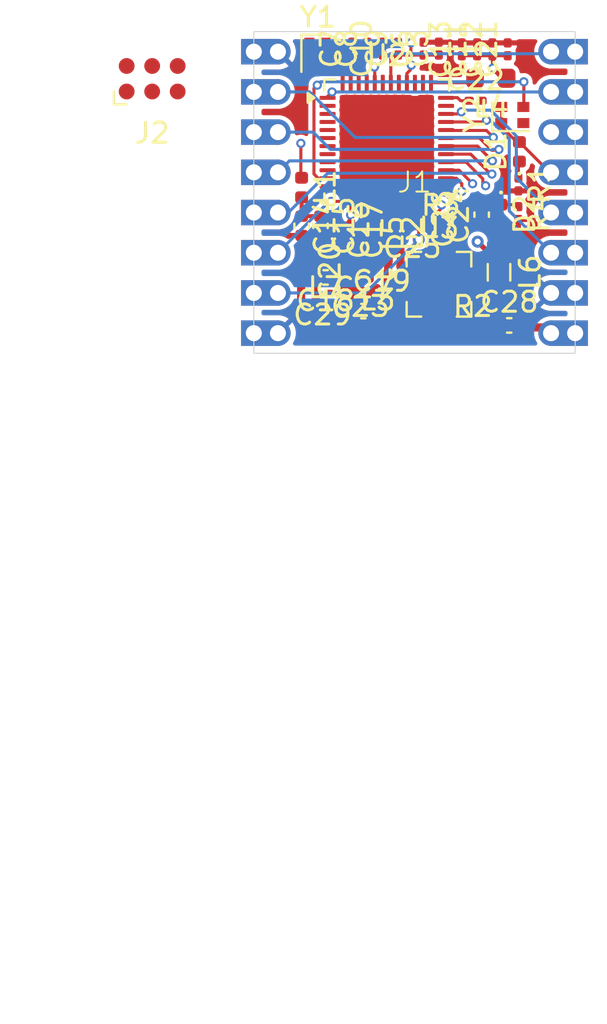
<source format=kicad_pcb>
(kicad_pcb (version 20241229) (generator "pcbnew") (generator_version "9.0")
  (layers (0 "F.Cu" signal) (4 "In1.Cu" signal) (6 "In2.Cu" signal) (2 "B.Cu" signal) (13 "F.Paste" user) (15 "B.Paste" user) (5 "F.SilkS" user "F.Silkscreen") (7 "B.SilkS" user "B.Silkscreen") (1 "F.Mask" user) (3 "B.Mask" user) (25 "Edge.Cuts" user))
  (net 0 "")
  (net 1 "GND")
  (net 2 "+3V3")
  (net 3 "VDD")
  (net 4 "VDCDC")
  (net 6 "VDDA")
  (net 7 "Net-(C18-Pad1)")
  (net 8 "/Power Amplifier/RF_IN")
  (net 9 "Net-(C19-Pad1)")
  (net 10 "Net-(U2-DECOUPLE)")
  (net 11 "Net-(C23-Pad1)")
  (net 12 "Net-(C23-Pad2)")
  (net 13 "/PA_nEN")
  (net 14 "Net-(U3-IN)")
  (net 15 "Net-(U3-OUT)")
  (net 16 "/RF_OUT")
  (net 17 "/CS")
  (net 18 "/nRST")
  (net 19 "/UART_TX")
  (net 20 "/MISO")
  (net 21 "/MOSI")
  (net 22 "/SCK")
  (net 23 "/PC00")
  (net 24 "/UART_RX")
  (net 25 "/Transceiver/SWDIO")
  (net 26 "/Transceiver/SWO")
  (net 27 "/Transceiver/SWCLK")
  (net 28 "/Transceiver/IN")
  (net 29 "Net-(U2-VREGSW)")
  (net 30 "/Transceiver/OUT")
  (net 46 "Net-(U2-PD01_LFXI)")
  (net 51 "Net-(U2-HFXTAL_I)")
  (net 52 "/PD04")
  (net 53 "Net-(D2-K)")
  (net 54 "Net-(D1-K)")
  (footprint "Capacitor_SMD:C_0201_0603Metric" (layer "F.Cu") (at 114.0968 79.629 -90)
    (property "Reference" "C16" (at 0 -1.05 90) (layer "F.SilkS"))
    (property "Value" "0.1uF")
    (pad "1" smd roundrect (at -0.32 0 270) (size 0.46 0.4) (layers "F.Cu" "F.Mask") (net 6 "VDDA"))
    (pad "2" smd roundrect (at 0.32 0 270) (size 0.46 0.4) (layers "F.Cu" "F.Mask") (net 1 "GND"))
  )
  (footprint "Capacitor_SMD:C_0201_0603Metric" (layer "F.Cu") (at 117.8052 79.4512 180)
    (property "Reference" "C25" (at 0 -1.05 0) (layer "F.SilkS"))
    (property "Value" "0.1uF")
    (pad "1" smd roundrect (at -0.32 0 180) (size 0.46 0.4) (layers "F.Cu" "F.Mask") (net 13 "/PA_nEN"))
    (pad "2" smd roundrect (at 0.32 0 180) (size 0.46 0.4) (layers "F.Cu" "F.Mask") (net 1 "GND"))
  )
  (footprint "Capacitor_SMD:C_0201_0603Metric" (layer "F.Cu") (at 118.364 70.612 90)
    (property "Reference" "C6" (at 0 -1.05 90) (layer "F.SilkS"))
    (property "Value" "0.1uF")
    (pad "1" smd roundrect (at -0.32 0 90) (size 0.46 0.4) (layers "F.Cu" "F.Mask") (net 2 "+3V3"))
    (pad "2" smd roundrect (at 0.32 0 90) (size 0.46 0.4) (layers "F.Cu" "F.Mask") (net 1 "GND"))
  )
  (footprint "Package_DFN_QFN:QFN-48-1EP_6x6mm_P0.4mm_EP4.3x4.3mm" (layer "F.Cu") (at 116.5352 75.2602)
    (property "Reference" "U2" (at 0 -4.3 0) (layer "F.SilkS"))
    (property "Value" "EFR32xG23xxxxF512xM48")
    (pad "1" smd roundrect (at -2.95 -2.2) (size 0.8 0.2) (layers "F.Cu" "F.Mask" "F.Paste") (net 23 "/PC00"))
    (pad "2" smd roundrect (at -2.95 -1.8) (size 0.8 0.2) (layers "F.Cu" "F.Mask" "F.Paste"))
    (pad "3" smd roundrect (at -2.95 -1.4) (size 0.8 0.2) (layers "F.Cu" "F.Mask" "F.Paste"))
    (pad "4" smd roundrect (at -2.95 -1) (size 0.8 0.2) (layers "F.Cu" "F.Mask" "F.Paste"))
    (pad "5" smd roundrect (at -2.95 -0.6) (size 0.8 0.2) (layers "F.Cu" "F.Mask" "F.Paste"))
    (pad "6" smd roundrect (at -2.95 -0.2) (size 0.8 0.2) (layers "F.Cu" "F.Mask" "F.Paste"))
    (pad "7" smd roundrect (at -2.95 0.2) (size 0.8 0.2) (layers "F.Cu" "F.Mask" "F.Paste"))
    (pad "8" smd roundrect (at -2.95 0.6) (size 0.8 0.2) (layers "F.Cu" "F.Mask" "F.Paste"))
    (pad "9" smd roundrect (at -2.95 1) (size 0.8 0.2) (layers "F.Cu" "F.Mask" "F.Paste"))
    (pad "10" smd roundrect (at -2.95 1.4) (size 0.8 0.2) (layers "F.Cu" "F.Mask" "F.Paste"))
    (pad "11" smd roundrect (at -2.95 1.8) (size 0.8 0.2) (layers "F.Cu" "F.Mask" "F.Paste") (net 51 "Net-(U2-HFXTAL_I)"))
    (pad "12" smd roundrect (at -2.95 2.2) (size 0.8 0.2) (layers "F.Cu" "F.Mask" "F.Paste"))
    (pad "13" smd roundrect (at -2.2 2.95) (size 0.2 0.8) (layers "F.Cu" "F.Mask" "F.Paste") (net 18 "/nRST"))
    (pad "14" smd roundrect (at -1.8 2.95) (size 0.2 0.8) (layers "F.Cu" "F.Mask" "F.Paste") (net 6 "VDDA"))
    (pad "15" smd roundrect (at -1.4 2.95) (size 0.2 0.8) (layers "F.Cu" "F.Mask" "F.Paste") (net 1 "GND"))
    (pad "16" smd roundrect (at -1 2.95) (size 0.2 0.8) (layers "F.Cu" "F.Mask" "F.Paste") (net 28 "/Transceiver/IN"))
    (pad "17" smd roundrect (at -0.6 2.95) (size 0.2 0.8) (layers "F.Cu" "F.Mask" "F.Paste") (net 28 "/Transceiver/IN"))
    (pad "18" smd roundrect (at -0.2 2.95) (size 0.2 0.8) (layers "F.Cu" "F.Mask" "F.Paste") (net 30 "/Transceiver/OUT"))
    (pad "19" smd roundrect (at 0.2 2.95) (size 0.2 0.8) (layers "F.Cu" "F.Mask" "F.Paste") (net 30 "/Transceiver/OUT"))
    (pad "20" smd roundrect (at 0.6 2.95) (size 0.2 0.8) (layers "F.Cu" "F.Mask" "F.Paste") (net 6 "VDDA"))
    (pad "21" smd roundrect (at 1 2.95) (size 0.2 0.8) (layers "F.Cu" "F.Mask" "F.Paste"))
    (pad "22" smd roundrect (at 1.4 2.95) (size 0.2 0.8) (layers "F.Cu" "F.Mask" "F.Paste"))
    (pad "23" smd roundrect (at 1.8 2.95) (size 0.2 0.8) (layers "F.Cu" "F.Mask" "F.Paste"))
    (pad "24" smd roundrect (at 2.2 2.95) (size 0.2 0.8) (layers "F.Cu" "F.Mask" "F.Paste"))
    (pad "25" smd roundrect (at 2.95 2.2) (size 0.8 0.2) (layers "F.Cu" "F.Mask" "F.Paste"))
    (pad "26" smd roundrect (at 2.95 1.8) (size 0.8 0.2) (layers "F.Cu" "F.Mask" "F.Paste") (net 27 "/Transceiver/SWCLK"))
    (pad "27" smd roundrect (at 2.95 1.4) (size 0.8 0.2) (layers "F.Cu" "F.Mask" "F.Paste") (net 25 "/Transceiver/SWDIO"))
    (pad "28" smd roundrect (at 2.95 1) (size 0.8 0.2) (layers "F.Cu" "F.Mask" "F.Paste") (net 26 "/Transceiver/SWO"))
    (pad "29" smd roundrect (at 2.95 0.6) (size 0.8 0.2) (layers "F.Cu" "F.Mask" "F.Paste") (net 17 "/CS"))
    (pad "30" smd roundrect (at 2.95 0.2) (size 0.8 0.2) (layers "F.Cu" "F.Mask" "F.Paste") (net 22 "/SCK"))
    (pad "31" smd roundrect (at 2.95 -0.2) (size 0.8 0.2) (layers "F.Cu" "F.Mask" "F.Paste") (net 21 "/MOSI"))
    (pad "32" smd roundrect (at 2.95 -0.6) (size 0.8 0.2) (layers "F.Cu" "F.Mask" "F.Paste") (net 20 "/MISO"))
    (pad "33" smd roundrect (at 2.95 -1) (size 0.8 0.2) (layers "F.Cu" "F.Mask" "F.Paste") (net 19 "/UART_TX"))
    (pad "34" smd roundrect (at 2.95 -1.4) (size 0.8 0.2) (layers "F.Cu" "F.Mask" "F.Paste") (net 24 "/UART_RX"))
    (pad "35" smd roundrect (at 2.95 -1.8) (size 0.8 0.2) (layers "F.Cu" "F.Mask" "F.Paste"))
    (pad "36" smd roundrect (at 2.95 -2.2) (size 0.8 0.2) (layers "F.Cu" "F.Mask" "F.Paste") (net 10 "Net-(U2-DECOUPLE)"))
    (pad "37" smd roundrect (at 2.2 -2.95) (size 0.2 0.8) (layers "F.Cu" "F.Mask" "F.Paste") (net 29 "Net-(U2-VREGSW)"))
    (pad "38" smd roundrect (at 1.8 -2.95) (size 0.2 0.8) (layers "F.Cu" "F.Mask" "F.Paste") (net 2 "+3V3"))
    (pad "39" smd roundrect (at 1.4 -2.95) (size 0.2 0.8) (layers "F.Cu" "F.Mask" "F.Paste") (net 1 "GND"))
    (pad "40" smd roundrect (at 1 -2.95) (size 0.2 0.8) (layers "F.Cu" "F.Mask" "F.Paste") (net 4 "VDCDC"))
    (pad "41" smd roundrect (at 0.6 -2.95) (size 0.2 0.8) (layers "F.Cu" "F.Mask" "F.Paste") (net 2 "+3V3"))
    (pad "42" smd roundrect (at 0.2 -2.95) (size 0.2 0.8) (layers "F.Cu" "F.Mask" "F.Paste") (net 2 "+3V3"))
    (pad "43" smd roundrect (at -0.2 -2.95) (size 0.2 0.8) (layers "F.Cu" "F.Mask" "F.Paste"))
    (pad "44" smd roundrect (at -0.6 -2.95) (size 0.2 0.8) (layers "F.Cu" "F.Mask" "F.Paste") (net 52 "/PD04"))
    (pad "45" smd roundrect (at -1 -2.95) (size 0.2 0.8) (layers "F.Cu" "F.Mask" "F.Paste"))
    (pad "46" smd roundrect (at -1.4 -2.95) (size 0.2 0.8) (layers "F.Cu" "F.Mask" "F.Paste"))
    (pad "47" smd roundrect (at -1.8 -2.95) (size 0.2 0.8) (layers "F.Cu" "F.Mask" "F.Paste") (net 46 "Net-(U2-PD01_LFXI)"))
    (pad "48" smd roundrect (at -2.2 -2.95) (size 0.2 0.8) (layers "F.Cu" "F.Mask" "F.Paste"))
    (pad "49" smd rect (at 0 0) (size 4.3 4.3) (property pad_prop_heatsink) (layers "F.Cu" "F.Mask") (net 1 "GND"))
  )
  (footprint "Resistor_SMD:R_0201_0603Metric" (layer "F.Cu") (at 119.2276 79.4512)
    (property "Reference" "R3" (at 0 -1.05 0) (layer "F.SilkS"))
    (property "Value" "10k")
    (pad "1" smd roundrect (at -0.32 0) (size 0.46 0.4) (layers "F.Cu" "F.Mask") (net 13 "/PA_nEN"))
    (pad "2" smd roundrect (at 0.32 0) (size 0.46 0.4) (layers "F.Cu" "F.Mask") (net 1 "GND"))
  )
  (footprint "Inductor_SMD:L_0402_1005Metric" (layer "F.Cu") (at 116.078 81.9404 180)
    (property "Reference" "L3" (at 0 -1.17 0) (layer "F.SilkS"))
    (property "Value" "39nH")
    (pad "1" smd roundrect (at -0.485 0 180) (size 0.59 0.64) (layers "F.Cu" "F.Mask" "F.Paste") (net 9 "Net-(C19-Pad1)"))
    (pad "2" smd roundrect (at 0.485 0 180) (size 0.59 0.64) (layers "F.Cu" "F.Mask" "F.Paste") (net 7 "Net-(C18-Pad1)"))
  )
  (footprint "Capacitor_SMD:C_0201_0603Metric" (layer "F.Cu") (at 116.332 70.612 90)
    (property "Reference" "C10" (at 0 -1.05 90) (layer "F.SilkS"))
    (property "Value" "0.1uF")
    (pad "1" smd roundrect (at -0.32 0 90) (size 0.46 0.4) (layers "F.Cu" "F.Mask") (net 2 "+3V3"))
    (pad "2" smd roundrect (at 0.32 0 90) (size 0.46 0.4) (layers "F.Cu" "F.Mask") (net 1 "GND"))
  )
  (footprint "Inductor_SMD:L_0402_1005Metric" (layer "F.Cu") (at 112.2934 77.5208 -90)
    (property "Reference" "L1" (at 0 -1.17 90) (layer "F.SilkS"))
    (property "Value" "2.2uH")
    (pad "1" smd roundrect (at -0.485 0 270) (size 0.59 0.64) (layers "F.Cu" "F.Mask" "F.Paste") (net 4 "VDCDC"))
    (pad "2" smd roundrect (at 0.485 0 270) (size 0.59 0.64) (layers "F.Cu" "F.Mask" "F.Paste") (net 6 "VDDA"))
  )
  (footprint "Avionics_Feet:RFMxx" (layer "F.Cu") (at 117.914 77.7644)
    (property "Reference" "J1" (at 0 -0.5 0) (layer "F.SilkS") (effects (font (thickness 0.1))))
    (property "Value" "Conn_02x08_Castelated")
    (fp_rect (start -8 -8) (end 8 8) (stroke (width 0.05)) (fill no) (layer "Edge.Cuts"))
    (pad "1" thru_hole rect (at -8 -7) (size 1.905 1.27) (drill 0.79756 (offset 0.3175 0)) (layers "*.Cu" "*.Mask") (net 1 "GND"))
    (pad "1" thru_hole circle (at -6.8 -7) (size 1.27 1.27) (drill 0.79756) (layers "*.Cu" "*.Mask") (net 1 "GND"))
    (pad "2" thru_hole rect (at -8 -5) (size 1.905 1.27) (drill 0.79756 (offset 0.3175 0)) (layers "*.Cu" "*.Mask") (net 20 "/MISO"))
    (pad "2" thru_hole circle (at -6.8 -5) (size 1.27 1.27) (drill 0.79756) (layers "*.Cu" "*.Mask") (net 20 "/MISO"))
    (pad "3" thru_hole rect (at -8 -3) (size 1.905 1.27) (drill 0.79756 (offset 0.3175 0)) (layers "*.Cu" "*.Mask") (net 21 "/MOSI"))
    (pad "3" thru_hole circle (at -6.8 -3) (size 1.27 1.27) (drill 0.79756) (layers "*.Cu" "*.Mask") (net 21 "/MOSI"))
    (pad "4" thru_hole rect (at -8 -1) (size 1.905 1.27) (drill 0.79756 (offset 0.3175 0)) (layers "*.Cu" "*.Mask") (net 22 "/SCK"))
    (pad "4" thru_hole circle (at -6.8 -1) (size 1.27 1.27) (drill 0.79756) (layers "*.Cu" "*.Mask") (net 22 "/SCK"))
    (pad "5" thru_hole rect (at -8 1) (size 1.905 1.27) (drill 0.79756 (offset 0.3175 0)) (layers "*.Cu" "*.Mask") (net 17 "/CS"))
    (pad "5" thru_hole circle (at -6.8 1) (size 1.27 1.27) (drill 0.79756) (layers "*.Cu" "*.Mask") (net 17 "/CS"))
    (pad "6" thru_hole rect (at -8 3) (size 1.905 1.27) (drill 0.79756 (offset 0.3175 0)) (layers "*.Cu" "*.Mask") (net 18 "/nRST"))
    (pad "6" thru_hole circle (at -6.8 3) (size 1.27 1.27) (drill 0.79756) (layers "*.Cu" "*.Mask") (net 18 "/nRST"))
    (pad "7" thru_hole rect (at -8 5) (size 1.905 1.27) (drill 0.79756 (offset 0.3175 0)) (layers "*.Cu" "*.Mask") (net 13 "/PA_nEN"))
    (pad "7" thru_hole circle (at -6.8 5) (size 1.27 1.27) (drill 0.79756) (layers "*.Cu" "*.Mask") (net 13 "/PA_nEN"))
    (pad "8" thru_hole rect (at -8 7) (size 1.905 1.27) (drill 0.79756 (offset 0.3175 0)) (layers "*.Cu" "*.Mask") (net 1 "GND"))
    (pad "8" thru_hole circle (at -6.8 7) (size 1.27 1.27) (drill 0.79756) (layers "*.Cu" "*.Mask") (net 1 "GND"))
    (pad "9" thru_hole circle (at 6.8 7) (size 1.27 1.27) (drill 0.79756) (layers "*.Cu" "*.Mask") (net 16 "/RF_OUT"))
    (pad "9" thru_hole rect (at 8 7 180) (size 1.905 1.27) (drill 0.79756 (offset 0.3175 0)) (layers "*.Cu" "*.Mask") (net 16 "/RF_OUT"))
    (pad "10" thru_hole circle (at 6.8 5) (size 1.27 1.27) (drill 0.79756) (layers "*.Cu" "*.Mask") (net 1 "GND"))
    (pad "10" thru_hole rect (at 8 5 180) (size 1.905 1.27) (drill 0.79756 (offset 0.3175 0)) (layers "*.Cu" "*.Mask") (net 1 "GND"))
    (pad "11" thru_hole circle (at 6.8 3) (size 1.27 1.27) (drill 0.79756) (layers "*.Cu" "*.Mask") (net 19 "/UART_TX"))
    (pad "11" thru_hole rect (at 8 3 180) (size 1.905 1.27) (drill 0.79756 (offset 0.3175 0)) (layers "*.Cu" "*.Mask") (net 19 "/UART_TX"))
    (pad "12" thru_hole circle (at 6.8 1) (size 1.27 1.27) (drill 0.79756) (layers "*.Cu" "*.Mask") (net 24 "/UART_RX"))
    (pad "12" thru_hole rect (at 8 1 180) (size 1.905 1.27) (drill 0.79756 (offset 0.3175 0)) (layers "*.Cu" "*.Mask") (net 24 "/UART_RX"))
    (pad "13" thru_hole circle (at 6.8 -1) (size 1.27 1.27) (drill 0.79756) (layers "*.Cu" "*.Mask") (net 2 "+3V3"))
    (pad "13" thru_hole rect (at 8 -1 180) (size 1.905 1.27) (drill 0.79756 (offset 0.3175 0)) (layers "*.Cu" "*.Mask") (net 2 "+3V3"))
    (pad "14" thru_hole circle (at 6.8 -3) (size 1.27 1.27) (drill 0.79756) (layers "*.Cu" "*.Mask") (net 3 "VDD"))
    (pad "14" thru_hole rect (at 8 -3 180) (size 1.905 1.27) (drill 0.79756 (offset 0.3175 0)) (layers "*.Cu" "*.Mask") (net 3 "VDD"))
    (pad "15" thru_hole circle (at 6.8 -5) (size 1.27 1.27) (drill 0.79756) (layers "*.Cu" "*.Mask") (net 23 "/PC00"))
    (pad "15" thru_hole rect (at 8 -5 180) (size 1.905 1.27) (drill 0.79756 (offset 0.3175 0)) (layers "*.Cu" "*.Mask") (net 23 "/PC00"))
    (pad "16" thru_hole circle (at 6.8 -7) (size 1.27 1.27) (drill 0.79756) (layers "*.Cu" "*.Mask") (net 52 "/PD04"))
    (pad "16" thru_hole rect (at 8 -7 180) (size 1.905 1.27) (drill 0.79756 (offset 0.3175 0)) (layers "*.Cu" "*.Mask") (net 52 "/PD04"))
  )
  (footprint "Connector:Tag-Connect_TC2030-IDC-NL_2x03_P1.27mm_Vertical" (layer "F.Cu") (at 104.8512 72.1106)
    (property "Reference" "J2" (at 0 2.7 0) (layer "F.SilkS"))
    (property "Value" "TagConnect_TC2030")
    (pad "1" connect circle (at -1.27 0.635) (size 0.7874 0.7874) (layers "F.Cu" "F.Mask") (net 2 "+3V3"))
    (pad "2" connect circle (at -1.27 -0.635) (size 0.7874 0.7874) (layers "F.Cu" "F.Mask") (net 25 "/Transceiver/SWDIO"))
    (pad "3" connect circle (at 0 0.635) (size 0.7874 0.7874) (layers "F.Cu" "F.Mask") (net 18 "/nRST"))
    (pad "4" connect circle (at 0 -0.635) (size 0.7874 0.7874) (layers "F.Cu" "F.Mask") (net 27 "/Transceiver/SWCLK"))
    (pad "5" connect circle (at 1.27 0.635) (size 0.7874 0.7874) (layers "F.Cu" "F.Mask") (net 1 "GND"))
    (pad "6" connect circle (at 1.27 -0.635) (size 0.7874 0.7874) (layers "F.Cu" "F.Mask") (net 26 "/Transceiver/SWO"))
    (zone (net 0) (net_name "") (layer "F.Cu") (connect_pads (clearance 0)) (min_thickness 0.254)
      (keepout (tracks allowed) (vias not_allowed) (pads allowed) (copperpour not_allowed) (footprints not_allowed))
      (fill (thermal_gap 0.508) (thermal_bridge_width 0.508))
      (polygon (pts (xy 106.1212 71.4756) (xy 103.5812 71.4756) (xy 103.5812 72.7456) (xy 106.1212 72.7456)))
    )
  )
  (footprint "Capacitor_SMD:C_0402_1005Metric" (layer "F.Cu") (at 113.4872 81.9912 180)
    (property "Reference" "C18" (at 0 -1.16 0) (layer "F.SilkS"))
    (property "Value" "220pF")
    (pad "1" smd roundrect (at -0.48 0 180) (size 0.56 0.62) (layers "F.Cu" "F.Mask" "F.Paste") (net 7 "Net-(C18-Pad1)"))
    (pad "2" smd roundrect (at 0.48 0 180) (size 0.56 0.62) (layers "F.Cu" "F.Mask" "F.Paste") (net 8 "/Power Amplifier/RF_IN"))
  )
  (footprint "Capacitor_SMD:C_0201_0603Metric" (layer "F.Cu") (at 120.269 70.6476 90)
    (property "Reference" "C13" (at 0 -1.05 90) (layer "F.SilkS"))
    (property "Value" "0.1uF")
    (pad "1" smd roundrect (at -0.32 0 90) (size 0.46 0.4) (layers "F.Cu" "F.Mask") (net 4 "VDCDC"))
    (pad "2" smd roundrect (at 0.32 0 90) (size 0.46 0.4) (layers "F.Cu" "F.Mask") (net 1 "GND"))
  )
  (footprint "Inductor_SMD:L_0805_2012Metric_Pad1.05x1.20mm_HandSolder" (layer "F.Cu") (at 122.1232 81.7372 -90)
    (property "Reference" "L6" (at 0 -1.55 90) (layer "F.SilkS"))
    (property "Value" "15uH")
    (pad "1" smd roundrect (at -1.15 0 270) (size 1.05 1.2) (layers "F.Cu" "F.Mask" "F.Paste") (roundrect_rratio 0.238095) (net 3 "VDD"))
    (pad "2" smd roundrect (at 1.15 0 270) (size 1.05 1.2) (layers "F.Cu" "F.Mask" "F.Paste") (roundrect_rratio 0.238095) (net 15 "Net-(U3-OUT)"))
  )
  (footprint "Resistor_SMD:R_0201_0603Metric" (layer "F.Cu") (at 120.8151 84.4804)
    (property "Reference" "R2" (at 0 -1.05 0) (layer "F.SilkS"))
    (property "Value" "1.5k")
    (pad "1" smd roundrect (at -0.32 0) (size 0.46 0.4) (layers "F.Cu" "F.Mask") (net 12 "Net-(C23-Pad2)"))
    (pad "2" smd roundrect (at 0.32 0) (size 0.46 0.4) (layers "F.Cu" "F.Mask") (net 15 "Net-(U3-OUT)"))
  )
  (footprint "Capacitor_SMD:C_0402_1005Metric" (layer "F.Cu") (at 121.2596 78.8696 90)
    (property "Reference" "C24" (at 0 -1.16 90) (layer "F.SilkS"))
    (property "Value" "10uF")
    (pad "1" smd roundrect (at -0.48 0 90) (size 0.56 0.62) (layers "F.Cu" "F.Mask" "F.Paste") (net 3 "VDD"))
    (pad "2" smd roundrect (at 0.48 0 90) (size 0.56 0.62) (layers "F.Cu" "F.Mask" "F.Paste") (net 1 "GND"))
  )
  (footprint "Capacitor_SMD:C_0201_0603Metric" (layer "F.Cu") (at 122.555 70.6476 90)
    (property "Reference" "C21" (at 0 -1.05 90) (layer "F.SilkS"))
    (property "Value" "1uF")
    (pad "1" smd roundrect (at -0.32 0 90) (size 0.46 0.4) (layers "F.Cu" "F.Mask") (net 4 "VDCDC"))
    (pad "2" smd roundrect (at 0.32 0 90) (size 0.46 0.4) (layers "F.Cu" "F.Mask") (net 1 "GND"))
  )
  (footprint "Capacitor_SMD:C_0402_1005Metric" (layer "F.Cu") (at 122.6312 84.3788)
    (property "Reference" "C28" (at 0 -1.16 0) (layer "F.SilkS"))
    (property "Value" "2.2uF")
    (pad "1" smd roundrect (at -0.48 0) (size 0.56 0.62) (layers "F.Cu" "F.Mask" "F.Paste") (net 15 "Net-(U3-OUT)"))
    (pad "2" smd roundrect (at 0.48 0) (size 0.56 0.62) (layers "F.Cu" "F.Mask" "F.Paste") (net 16 "/RF_OUT"))
  )
  (footprint "Capacitor_SMD:C_0201_0603Metric" (layer "F.Cu") (at 119.126 70.612 90)
    (property "Reference" "C5" (at 0 -1.05 90) (layer "F.SilkS"))
    (property "Value" "1uF")
    (pad "1" smd roundrect (at -0.32 0 90) (size 0.46 0.4) (layers "F.Cu" "F.Mask") (net 2 "+3V3"))
    (pad "2" smd roundrect (at 0.32 0 90) (size 0.46 0.4) (layers "F.Cu" "F.Mask") (net 1 "GND"))
  )
  (footprint "Oscillator:Oscillator_SMD_Abracon_ASCO-4Pin_1.6x1.2mm" (layer "F.Cu") (at 113.0808 70.9168)
    (property "Reference" "Y1" (at 0.025 -1.875 0) (layer "F.SilkS"))
    (property "Value" "32.768KHz")
    (pad "1" smd rect (at -0.4 -0.55) (size 0.5 0.6) (layers "F.Cu" "F.Mask" "F.Paste") (net 2 "+3V3"))
    (pad "2" smd rect (at -0.4 0.55) (size 0.5 0.6) (layers "F.Cu" "F.Mask" "F.Paste") (net 1 "GND"))
    (pad "3" smd rect (at 0.4 0.55) (size 0.5 0.6) (layers "F.Cu" "F.Mask" "F.Paste") (net 46 "Net-(U2-PD01_LFXI)"))
    (pad "4" smd rect (at 0.4 -0.55) (size 0.5 0.6) (layers "F.Cu" "F.Mask" "F.Paste") (net 2 "+3V3"))
  )
  (footprint "Capacitor_SMD:C_0201_0603Metric" (layer "F.Cu") (at 114.808 70.612 90)
    (property "Reference" "C7" (at 0 -1.05 90) (layer "F.SilkS"))
    (property "Value" "1uF")
    (pad "1" smd roundrect (at -0.32 0 90) (size 0.46 0.4) (layers "F.Cu" "F.Mask") (net 2 "+3V3"))
    (pad "2" smd roundrect (at 0.32 0 90) (size 0.46 0.4) (layers "F.Cu" "F.Mask") (net 1 "GND"))
  )
  (footprint "Capacitor_SMD:C_0402_1005Metric" (layer "F.Cu") (at 115.3668 83.6676)
    (property "Reference" "C27" (at 0 -1.16 0) (layer "F.SilkS"))
    (property "Value" "2.2uF")
    (pad "1" smd roundrect (at -0.48 0) (size 0.56 0.62) (layers "F.Cu" "F.Mask" "F.Paste") (net 11 "Net-(C23-Pad1)"))
    (pad "2" smd roundrect (at 0.48 0) (size 0.56 0.62) (layers "F.Cu" "F.Mask" "F.Paste") (net 14 "Net-(U3-IN)"))
  )
  (footprint "Capacitor_SMD:C_0201_0603Metric" (layer "F.Cu") (at 121.793 70.6476 90)
    (property "Reference" "C12" (at 0 -1.05 90) (layer "F.SilkS"))
    (property "Value" "1uF")
    (pad "1" smd roundrect (at -0.32 0 90) (size 0.46 0.4) (layers "F.Cu" "F.Mask") (net 4 "VDCDC"))
    (pad "2" smd roundrect (at 0.32 0 90) (size 0.46 0.4) (layers "F.Cu" "F.Mask") (net 1 "GND"))
  )
  (footprint "Capacitor_SMD:C_0201_0603Metric" (layer "F.Cu") (at 114.7572 81.6712 90)
    (property "Reference" "C20" (at 0 -1.05 90) (layer "F.SilkS"))
    (property "Value" "4.6pF")
    (pad "1" smd roundrect (at -0.32 0 90) (size 0.46 0.4) (layers "F.Cu" "F.Mask") (net 7 "Net-(C18-Pad1)"))
    (pad "2" smd roundrect (at 0.32 0 90) (size 0.46 0.4) (layers "F.Cu" "F.Mask") (net 1 "GND"))
  )
  (footprint "Inductor_SMD:L_0603_1608Metric" (layer "F.Cu") (at 121.7168 72.0852 180)
    (property "Reference" "L4" (at 0 -1.43 0) (layer "F.SilkS"))
    (property "Value" "4.7uH")
    (pad "1" smd roundrect (at -0.7875 0 180) (size 0.875 0.95) (layers "F.Cu" "F.Mask" "F.Paste") (net 4 "VDCDC"))
    (pad "2" smd roundrect (at 0.7875 0 180) (size 0.875 0.95) (layers "F.Cu" "F.Mask" "F.Paste") (net 29 "Net-(U2-VREGSW)"))
  )
  (footprint "Capacitor_SMD:C_0402_1005Metric" (layer "F.Cu") (at 113.2332 79.4258 -90)
    (property "Reference" "C15" (at 0 -1.16 90) (layer "F.SilkS"))
    (property "Value" "2.2uF")
    (pad "1" smd roundrect (at -0.48 0 270) (size 0.56 0.62) (layers "F.Cu" "F.Mask" "F.Paste") (net 6 "VDDA"))
    (pad "2" smd roundrect (at 0.48 0 270) (size 0.56 0.62) (layers "F.Cu" "F.Mask" "F.Paste") (net 1 "GND"))
  )
  (footprint "Capacitor_SMD:C_0201_0603Metric" (layer "F.Cu") (at 113.3348 82.804 180)
    (property "Reference" "C29" (at 0 -1.05 0) (layer "F.SilkS"))
    (property "Value" "1.5pF")
    (pad "1" smd roundrect (at -0.32 0 180) (size 0.46 0.4) (layers "F.Cu" "F.Mask") (net 1 "GND"))
    (pad "2" smd roundrect (at 0.32 0 180) (size 0.46 0.4) (layers "F.Cu" "F.Mask") (net 8 "/Power Amplifier/RF_IN"))
  )
  (footprint "LED_SMD:LED_0402_1005Metric" (layer "F.Cu") (at 122.2248 78.8575 -90)
    (property "Reference" "D2" (at 0 -1.17 90) (layer "F.SilkS"))
    (property "Value" "LED")
    (pad "1" smd roundrect (at -0.485 0 270) (size 0.59 0.64) (layers "F.Cu" "F.Mask" "F.Paste") (net 53 "Net-(D2-K)"))
    (pad "2" smd roundrect (at 0.485 0 270) (size 0.59 0.64) (layers "F.Cu" "F.Mask" "F.Paste") (net 3 "VDD"))
  )
  (footprint "Capacitor_SMD:C_0201_0603Metric" (layer "F.Cu") (at 116.2812 81.1276 180)
    (property "Reference" "C19" (at 0 -1.05 0) (layer "F.SilkS"))
    (property "Value" "8.5pF")
    (pad "1" smd roundrect (at -0.32 0 180) (size 0.46 0.4) (layers "F.Cu" "F.Mask") (net 9 "Net-(C19-Pad1)"))
    (pad "2" smd roundrect (at 0.32 0 180) (size 0.46 0.4) (layers "F.Cu" "F.Mask") (net 1 "GND"))
  )
  (footprint "Inductor_SMD:L_0402_1005Metric" (layer "F.Cu") (at 113.4872 83.6676)
    (property "Reference" "L7" (at 0 -1.17 0) (layer "F.SilkS"))
    (property "Value" "5.1nH")
    (pad "1" smd roundrect (at -0.485 0) (size 0.59 0.64) (layers "F.Cu" "F.Mask" "F.Paste") (net 8 "/Power Amplifier/RF_IN"))
    (pad "2" smd roundrect (at 0.485 0) (size 0.59 0.64) (layers "F.Cu" "F.Mask" "F.Paste") (net 11 "Net-(C23-Pad1)"))
  )
  (footprint "Capacitor_SMD:C_0201_0603Metric" (layer "F.Cu") (at 120.396 79.0728 90)
    (property "Reference" "C26" (at 0 -1.05 90) (layer "F.SilkS"))
    (property "Value" "1nF")
    (pad "1" smd roundrect (at -0.32 0 90) (size 0.46 0.4) (layers "F.Cu" "F.Mask") (net 3 "VDD"))
    (pad "2" smd roundrect (at 0.32 0 90) (size 0.46 0.4) (layers "F.Cu" "F.Mask") (net 1 "GND"))
  )
  (footprint "Resistor_SMD:R_0201_0603Metric" (layer "F.Cu") (at 123.0884 78.7908 -90)
    (property "Reference" "R4" (at 0 -1.05 90) (layer "F.SilkS"))
    (property "Value" "120")
    (pad "1" smd roundrect (at -0.32 0 270) (size 0.46 0.4) (layers "F.Cu" "F.Mask") (net 53 "Net-(D2-K)"))
    (pad "2" smd roundrect (at 0.32 0 270) (size 0.46 0.4) (layers "F.Cu" "F.Mask") (net 1 "GND"))
  )
  (footprint "Capacitor_SMD:C_0201_0603Metric" (layer "F.Cu") (at 114.7572 79.629 -90)
    (property "Reference" "C17" (at 0 -1.05 90) (layer "F.SilkS"))
    (property "Value" "10nF")
    (pad "1" smd roundrect (at -0.32 0 270) (size 0.46 0.4) (layers "F.Cu" "F.Mask") (net 6 "VDDA"))
    (pad "2" smd roundrect (at 0.32 0 270) (size 0.46 0.4) (layers "F.Cu" "F.Mask") (net 1 "GND"))
  )
  (footprint "Capacitor_SMD:C_0201_0603Metric" (layer "F.Cu") (at 115.57 70.612 90)
    (property "Reference" "C8" (at 0 -1.05 90) (layer "F.SilkS"))
    (property "Value" "0.1uF")
    (pad "1" smd roundrect (at -0.32 0 90) (size 0.46 0.4) (layers "F.Cu" "F.Mask") (net 2 "+3V3"))
    (pad "2" smd roundrect (at 0.32 0 90) (size 0.46 0.4) (layers "F.Cu" "F.Mask") (net 1 "GND"))
  )
  (footprint "Resistor_SMD:R_0201_0603Metric" (layer "F.Cu") (at 123.0884 77.3684 -90)
    (property "Reference" "R1" (at 0 -1.05 90) (layer "F.SilkS"))
    (property "Value" "120")
    (pad "1" smd roundrect (at -0.32 0 270) (size 0.46 0.4) (layers "F.Cu" "F.Mask") (net 54 "Net-(D1-K)"))
    (pad "2" smd roundrect (at 0.32 0 270) (size 0.46 0.4) (layers "F.Cu" "F.Mask") (net 1 "GND"))
  )
  (footprint "Inductor_SMD:L_0402_1005Metric" (layer "F.Cu") (at 115.6716 79.8068 -90)
    (property "Reference" "L5" (at 0 -1.17 90) (layer "F.SilkS"))
    (property "Value" "82nH")
    (pad "1" smd roundrect (at -0.485 0 270) (size 0.59 0.64) (layers "F.Cu" "F.Mask" "F.Paste") (net 28 "/Transceiver/IN"))
    (pad "2" smd roundrect (at 0.485 0 270) (size 0.59 0.64) (layers "F.Cu" "F.Mask" "F.Paste") (net 16 "/RF_OUT"))
  )
  (footprint "Capacitor_SMD:C_0201_0603Metric" (layer "F.Cu") (at 115.2144 84.4804)
    (property "Reference" "C23" (at 0 -1.05 0) (layer "F.SilkS"))
    (property "Value" "0.1uF")
    (pad "1" smd roundrect (at -0.32 0) (size 0.46 0.4) (layers "F.Cu" "F.Mask") (net 11 "Net-(C23-Pad1)"))
    (pad "2" smd roundrect (at 0.32 0) (size 0.46 0.4) (layers "F.Cu" "F.Mask") (net 12 "Net-(C23-Pad2)"))
  )
  (footprint "Inductor_SMD:L_0402_1005Metric" (layer "F.Cu") (at 116.6368 79.8068 -90)
    (property "Reference" "L2" (at 0 -1.17 90) (layer "F.SilkS"))
    (property "Value" "20nH")
    (pad "1" smd roundrect (at -0.485 0 270) (size 0.59 0.64) (layers "F.Cu" "F.Mask" "F.Paste") (net 30 "/Transceiver/OUT"))
    (pad "2" smd roundrect (at 0.485 0 270) (size 0.59 0.64) (layers "F.Cu" "F.Mask" "F.Paste") (net 9 "Net-(C19-Pad1)"))
  )
  (footprint "Capacitor_SMD:C_0201_0603Metric" (layer "F.Cu") (at 117.094 70.612 90)
    (property "Reference" "C9" (at 0 -1.05 90) (layer "F.SilkS"))
    (property "Value" "1uF")
    (pad "1" smd roundrect (at -0.32 0 90) (size 0.46 0.4) (layers "F.Cu" "F.Mask") (net 2 "+3V3"))
    (pad "2" smd roundrect (at 0.32 0 90) (size 0.46 0.4) (layers "F.Cu" "F.Mask") (net 1 "GND"))
  )
  (footprint "Oscillator:Oscillator_SMD_Abracon_ASCO-4Pin_1.6x1.2mm" (layer "F.Cu") (at 122.7836 73.914 90)
    (property "Reference" "Y2" (at 0.025 -1.875 90) (layer "F.SilkS"))
    (property "Value" "38.400MHz")
    (pad "1" smd rect (at -0.4 -0.55 90) (size 0.5 0.6) (layers "F.Cu" "F.Mask" "F.Paste") (net 2 "+3V3"))
    (pad "2" smd rect (at -0.4 0.55 90) (size 0.5 0.6) (layers "F.Cu" "F.Mask" "F.Paste") (net 1 "GND"))
    (pad "3" smd rect (at 0.4 0.55 90) (size 0.5 0.6) (layers "F.Cu" "F.Mask" "F.Paste") (net 51 "Net-(U2-HFXTAL_I)"))
    (pad "4" smd rect (at 0.4 -0.55 90) (size 0.5 0.6) (layers "F.Cu" "F.Mask" "F.Paste") (net 2 "+3V3"))
  )
  (footprint "Capacitor_SMD:C_0402_1005Metric" (layer "F.Cu") (at 112.2934 79.4258 -90)
    (property "Reference" "C14" (at 0 -1.16 270) (layer "F.SilkS"))
    (property "Value" "22uF")
    (pad "1" smd roundrect (at -0.48 0 270) (size 0.56 0.62) (layers "F.Cu" "F.Mask" "F.Paste") (net 6 "VDDA"))
    (pad "2" smd roundrect (at 0.48 0 270) (size 0.56 0.62) (layers "F.Cu" "F.Mask" "F.Paste") (net 1 "GND"))
  )
  (footprint "Capacitor_SMD:C_0201_0603Metric" (layer "F.Cu") (at 120.9548 73.2028)
    (property "Reference" "C22" (at 0 -1.05 0) (layer "F.SilkS"))
    (property "Value" "0.1uF")
    (pad "1" smd roundrect (at -0.32 0) (size 0.46 0.4) (layers "F.Cu" "F.Mask") (net 10 "Net-(U2-DECOUPLE)"))
    (pad "2" smd roundrect (at 0.32 0) (size 0.46 0.4) (layers "F.Cu" "F.Mask") (net 1 "GND"))
  )
  (footprint "Capacitor_SMD:C_0201_0603Metric" (layer "F.Cu") (at 121.031 70.6476 90)
    (property "Reference" "C11" (at 0 -1.05 90) (layer "F.SilkS"))
    (property "Value" "1uF")
    (pad "1" smd roundrect (at -0.32 0 90) (size 0.46 0.4) (layers "F.Cu" "F.Mask") (net 4 "VDCDC"))
    (pad "2" smd roundrect (at 0.32 0 90) (size 0.46 0.4) (layers "F.Cu" "F.Mask") (net 1 "GND"))
  )
  (footprint "Package_DFN_QFN:QFN-12-1EP_3x3mm_P0.5mm_EP1.45x1.45mm" (layer "F.Cu") (at 119.1332 82.3317)
    (property "Reference" "U3" (at 0 -2.8 0) (layer "F.SilkS"))
    (property "Value" "TSS-13HLN+")
    (pad "1" smd roundrect (at -1.4375 -0.5) (size 0.825 0.25) (layers "F.Cu" "F.Mask" "F.Paste") (net 13 "/PA_nEN"))
    (pad "2" smd roundrect (at -1.4375 0) (size 0.825 0.25) (layers "F.Cu" "F.Mask" "F.Paste") (net 1 "GND"))
    (pad "3" smd roundrect (at -1.4375 0.5) (size 0.825 0.25) (layers "F.Cu" "F.Mask" "F.Paste") (net 14 "Net-(U3-IN)"))
    (pad "4" smd roundrect (at -0.5 1.4375) (size 0.25 0.825) (layers "F.Cu" "F.Mask" "F.Paste") (net 1 "GND"))
    (pad "5" smd roundrect (at 0 1.4375) (size 0.25 0.825) (layers "F.Cu" "F.Mask" "F.Paste") (net 1 "GND"))
    (pad "6" smd roundrect (at 0.5 1.4375) (size 0.25 0.825) (layers "F.Cu" "F.Mask" "F.Paste") (net 1 "GND"))
    (pad "7" smd roundrect (at 1.4375 0.5) (size 0.825 0.25) (layers "F.Cu" "F.Mask" "F.Paste") (net 15 "Net-(U3-OUT)"))
    (pad "8" smd roundrect (at 1.4375 0) (size 0.825 0.25) (layers "F.Cu" "F.Mask" "F.Paste") (net 1 "GND"))
    (pad "9" smd roundrect (at 1.4375 -0.5) (size 0.825 0.25) (layers "F.Cu" "F.Mask" "F.Paste") (net 1 "GND"))
    (pad "10" smd roundrect (at 0.5 -1.4375) (size 0.25 0.825) (layers "F.Cu" "F.Mask" "F.Paste") (net 1 "GND"))
    (pad "11" smd roundrect (at 0 -1.4375) (size 0.25 0.825) (layers "F.Cu" "F.Mask" "F.Paste") (net 1 "GND"))
    (pad "12" smd roundrect (at -0.5 -1.4375) (size 0.25 0.825) (layers "F.Cu" "F.Mask" "F.Paste") (net 1 "GND"))
    (pad "13" smd rect (at 0 0) (size 1.45 1.45) (property pad_prop_heatsink) (layers "F.Cu" "F.Mask"))
  )
  (footprint "LED_SMD:LED_0402_1005Metric" (layer "F.Cu") (at 123.1392 75.7428 90)
    (property "Reference" "D1" (at 0 -1.17 90) (layer "F.SilkS"))
    (property "Value" "LED")
    (pad "1" smd roundrect (at -0.485 0 90) (size 0.59 0.64) (layers "F.Cu" "F.Mask" "F.Paste") (net 54 "Net-(D1-K)"))
    (pad "2" smd roundrect (at 0.485 0 90) (size 0.59 0.64) (layers "F.Cu" "F.Mask" "F.Paste") (net 2 "+3V3"))
  )
  (gr_arc (start 116.878473 83.2735) (mid 117.001115 82.977415) (end 117.2972 82.854773) (stroke (width 0.4064)) (layer "F.Cu") (net 14))
  (gr_arc (start 113.589816 85.1154) (mid 112.658416 84.761928) (end 112.268 83.8454) (stroke (width 0.4064)) (layer "F.Cu") (net 16))
  (gr_arc (start 115.697 80.264) (mid 115.592847 80.515447) (end 115.3414 80.6196) (stroke (width 0.4064)) (layer "F.Cu") (net 16))
  (gr_arc (start 112.268 81.9404) (mid 112.621472 81.009) (end 113.538 80.618584) (stroke (width 0.4064)) (layer "F.Cu") (net 16))
  (gr_arc (start 123.1138 84.709) (mid 122.994768 84.996368) (end 122.7074 85.1154) (stroke (width 0.4064)) (layer "F.Cu") (net 16))
  (gr_arc (start 116.878473 83.273527) (mid 116.763052 83.552179) (end 116.4844 83.6676) (stroke (width 0.4064)) (layer "F.Cu") (net 14))
  (segment (start 114.7572 79.949) (end 114.0968 79.949) (width 0.2032) (layer "F.Cu") (net 1))
  (segment (start 113.2332 79.9058) (end 112.2934 79.9058) (width 0.2032) (layer "F.Cu") (net 1))
  (segment (start 114.0968 79.949) (end 113.2764 79.949) (width 0.2032) (layer "F.Cu") (net 1))
  (segment (start 113.2764 79.949) (end 113.2332 79.9058) (width 0.2032) (layer "F.Cu") (net 1))
  (segment (start 119.126 70.932) (end 117.856 70.932) (width 0.1524) (layer "F.Cu") (net 2))
  (segment (start 123.0098 75.2578) (end 123.1392 75.2578) (width 0.1524) (layer "F.Cu") (net 2))
  (segment (start 122.2336 74.314) (end 122.2336 74.4816) (width 0.1524) (layer "F.Cu") (net 2))
  (segment (start 114.808 70.932) (end 114.046 70.932) (width 0.1524) (layer "F.Cu") (net 2))
  (segment (start 117.729 70.8178) (end 117.7354 70.8114) (width 0.1524) (layer "F.Cu") (net 2))
  (segment (start 122.259 73.5394) (end 122.259 74.2886) (width 0.1524) (layer "F.Cu") (net 2))
  (segment (start 123.1392 75.2578) (end 124.2776 76.3962) (width 0.1524) (layer "F.Cu") (net 2))
  (segment (start 122.2336 73.514) (end 122.259 73.5394) (width 0.1524) (layer "F.Cu") (net 2))
  (segment (start 116.7352 72.3102) (end 116.7352 70.932) (width 0.1524) (layer "F.Cu") (net 2))
  (segment (start 122.259 74.2886) (end 122.2336 74.314) (width 0.1524) (layer "F.Cu") (net 2))
  (segment (start 122.2336 74.4816) (end 123.0098 75.2578) (width 0.1524) (layer "F.Cu") (net 2))
  (segment (start 117.856 70.932) (end 114.808 70.932) (width 0.1524) (layer "F.Cu") (net 2))
  (segment (start 114.046 70.932) (end 113.4808 70.3668) (width 0.1524) (layer "F.Cu") (net 2))
  (segment (start 116.7352 70.932) (end 116.332 70.932) (width 0.1524) (layer "F.Cu") (net 2))
  (segment (start 117.7354 70.8114) (end 117.7354 70.319152) (width 0.1524) (layer "F.Cu") (net 2))
  (segment (start 117.729 70.932) (end 117.729 70.8178) (width 0.1524) (layer "F.Cu") (net 2))
  (segment (start 112.6808 70.3668) (end 113.4808 70.3668) (width 0.1524) (layer "F.Cu") (net 2))
  (via (at 117.7354 70.319152) (size 0.4572) (drill 0.254) (layers "F.Cu" "B.Cu") (net 2))
  (segment (start 120.396 79.3928) (end 122.1745 79.3928) (width 0.254) (layer "F.Cu") (net 3))
  (segment (start 122.1232 79.4441) (end 122.2248 79.3425) (width 0.1524) (layer "F.Cu") (net 3))
  (segment (start 122.1745 79.3928) (end 122.2248 79.3425) (width 0.1524) (layer "F.Cu") (net 3))
  (segment (start 121.4304 80.5872) (end 121.0564 80.2132) (width 0.254) (layer "F.Cu") (net 3))
  (segment (start 122.1232 80.5872) (end 122.1232 79.4441) (width 0.254) (layer "F.Cu") (net 3))
  (segment (start 122.1232 80.5872) (end 121.4304 80.5872) (width 0.254) (layer "F.Cu") (net 3))
  (via (at 121.0564 80.2132) (size 0.6) (drill 0.3) (layers "F.Cu" "B.Cu") (net 3))
  (segment (start 117.5352 71.846084) (end 117.5352 72.3102) (width 0.1524) (layer "F.Cu") (net 4))
  (segment (start 117.7544 71.554927) (end 117.700735 71.608592) (width 0.1524) (layer "F.Cu") (net 4))
  (segment (start 121.8184 71.5772) (end 122.3264 72.0852) (width 0.254) (layer "F.Cu") (net 4))
  (segment (start 112.2553 75.3237) (end 112.2553 76.9977) (width 0.1524) (layer "F.Cu") (net 4))
  (segment (start 121.8184 70.993) (end 121.8184 71.5772) (width 0.2) (layer "F.Cu") (net 4))
  (segment (start 117.700735 71.608592) (end 117.700735 71.680549) (width 0.1524) (layer "F.Cu") (net 4))
  (segment (start 121.793 71.5518) (end 121.8184 71.5772) (width 0.2) (layer "F.Cu") (net 4))
  (segment (start 122.3264 72.0852) (end 122.5043 72.0852) (width 0.1524) (layer "F.Cu") (net 4))
  (segment (start 112.2553 76.9977) (end 112.2934 77.0358) (width 0.1524) (layer "F.Cu") (net 4))
  (segment (start 117.7544 71.4368) (end 117.7544 71.554927) (width 0.1524) (layer "F.Cu") (net 4))
  (segment (start 117.700735 71.680549) (end 117.5352 71.846084) (width 0.1524) (layer "F.Cu") (net 4))
  (segment (start 122.555 70.9676) (end 120.269 70.9676) (width 0.1524) (layer "F.Cu") (net 4))
  (segment (start 121.793 70.9676) (end 121.8184 70.993) (width 0.2) (layer "F.Cu") (net 4))
  (via (at 121.8184 71.5772) (size 0.4572) (drill 0.254) (layers "F.Cu" "B.Cu") (net 4))
  (via (at 117.7544 71.4368) (size 0.4572) (drill 0.254) (layers "F.Cu" "B.Cu") (net 4))
  (via (at 112.2553 75.3237) (size 0.4572) (drill 0.254) (layers "F.Cu" "B.Cu") (net 4))
  (segment (start 114.7352 78.2102) (end 114.7352 79.287) (width 0.1524) (layer "F.Cu") (net 6))
  (segment (start 118.922116 78.8874) (end 117.348284 78.8874) (width 0.1524) (layer "F.Cu") (net 6))
  (segment (start 119.2638 78.545716) (end 118.922116 78.8874) (width 0.1524) (layer "F.Cu") (net 6))
  (segment (start 114.7352 79.287) (end 114.7572 79.309) (width 0.1524) (layer "F.Cu") (net 6))
  (segment (start 112.2934 78.9458) (end 112.2934 78.0058) (width 0.2032) (layer "F.Cu") (net 6))
  (segment (start 119.2638 78.3876) (end 119.2638 78.545716) (width 0.1524) (layer "F.Cu") (net 6))
  (segment (start 117.1352 78.674316) (end 117.1352 78.2102) (width 0.1524) (layer "F.Cu") (net 6))
  (segment (start 113.2332 78.9458) (end 112.2934 78.9458) (width 0.2032) (layer "F.Cu") (net 6))
  (segment (start 117.348284 78.8874) (end 117.1352 78.674316) (width 0.1524) (layer "F.Cu") (net 6))
  (segment (start 114.7572 79.309) (end 114.0968 79.309) (width 0.2032) (layer "F.Cu") (net 6))
  (segment (start 113.7336 78.9458) (end 114.0968 79.309) (width 0.2032) (layer "F.Cu") (net 6))
  (segment (start 113.2332 78.9458) (end 113.7336 78.9458) (width 0.2032) (layer "F.Cu") (net 6))
  (via (at 114.7352 78.888023) (size 0.4572) (drill 0.254) (layers "F.Cu" "B.Cu") (net 6))
  (via (at 119.2638 78.3876) (size 0.4572) (drill 0.254) (layers "F.Cu" "B.Cu") (net 6))
  (segment (start 113.9672 81.9912) (end 115.5422 81.9912) (width 0.4064) (layer "F.Cu") (net 7))
  (segment (start 115.5422 81.9912) (end 115.593 81.9404) (width 0.1524) (layer "F.Cu") (net 7))
  (segment (start 113.0022 83.6676) (end 113.0022 81.9962) (width 0.4064) (layer "F.Cu") (net 8))
  (segment (start 113.0022 81.9962) (end 113.0072 81.9912) (width 0.1524) (layer "F.Cu") (net 8))
  (segment (start 116.6012 81.9022) (end 116.6012 80.3274) (width 0.4064) (layer "F.Cu") (net 9))
  (segment (start 116.563 81.9404) (end 116.6012 81.9022) (width 0.4064) (layer "F.Cu") (net 9))
  (segment (start 116.6012 80.3274) (end 116.6368 80.2918) (width 0.4064) (layer "F.Cu") (net 9))
  (segment (start 120.207141 73.2028) (end 120.6348 73.2028) (width 0.1524) (layer "F.Cu") (net 10))
  (segment (start 119.495 73.0504) (end 120.054741 73.0504) (width 0.1524) (layer "F.Cu") (net 10))
  (segment (start 119.4852 73.0602) (end 119.495 73.0504) (width 0.1524) (layer "F.Cu") (net 10))
  (segment (start 120.054741 73.0504) (end 120.207141 73.2028) (width 0.1524) (layer "F.Cu") (net 10))
  (segment (start 113.9722 83.6676) (end 114.8868 83.6676) (width 0.4064) (layer "F.Cu") (net 11))
  (segment (start 114.8944 84.4804) (end 114.8944 83.6752) (width 0.4064) (layer "F.Cu") (net 11))
  (segment (start 114.8944 83.6752) (end 114.8868 83.6676) (width 0.4064) (layer "F.Cu") (net 11))
  (segment (start 115.5217 84.4804) (end 120.4951 84.4804) (width 0.4064) (layer "F.Cu") (net 12))
  (segment (start 117.6957 81.8317) (end 117.6957 80.5411) (width 0.1524) (layer "F.Cu") (net 13))
  (segment (start 117.6957 80.5411) (end 118.1252 80.1116) (width 0.1524) (layer "F.Cu") (net 13))
  (segment (start 118.9076 79.4512) (end 118.1252 79.4512) (width 0.1524) (layer "F.Cu") (net 13))
  (segment (start 118.1252 80.1116) (end 118.1252 79.4512) (width 0.1524) (layer "F.Cu") (net 13))
  (via (at 118.1252 80.1116) (size 0.6) (drill 0.3) (layers "F.Cu" "B.Cu") (net 13))
  (segment (start 115.4724 82.7644) (end 118.1252 80.1116) (width 0.1524) (layer "B.Cu") (net 13))
  (segment (start 111.114 82.7644) (end 115.4724 82.7644) (width 0.1524) (layer "B.Cu") (net 13))
  (segment (start 115.8468 83.6676) (end 116.449537 83.6676) (width 0.4064) (layer "F.Cu") (net 14))
  (segment (start 120.5707 82.8317) (end 122.0677 82.8317) (width 0.4064) (layer "F.Cu") (net 15))
  (segment (start 122.0677 82.8317) (end 122.1232 82.8872) (width 0.1524) (layer "F.Cu") (net 15))
  (segment (start 121.1351 84.4804) (end 121.948 84.4804) (width 0.4064) (layer "F.Cu") (net 15))
  (segment (start 120.5234 82.879) (end 120.5707 82.8317) (width 0.1524) (layer "F.Cu") (net 15))
  (segment (start 122.1512 84.4804) (end 122.1512 82.9152) (width 0.4064) (layer "F.Cu") (net 15))
  (segment (start 122.1512 82.9152) (end 122.1232 82.8872) (width 0.1524) (layer "F.Cu") (net 15))
  (segment (start 112.268 83.8454) (end 112.268 81.839816) (width 0.4064) (layer "F.Cu") (net 16))
  (segment (start 115.3414 80.6196) (end 115.343953 80.622153) (width 0.4064) (layer "F.Cu") (net 16))
  (segment (start 113.5888 80.6196) (end 115.3414 80.6196) (width 0.4064) (layer "F.Cu") (net 16))
  (segment (start 124.43 84.4804) (end 123.1112 84.4804) (width 0.4064) (layer "F.Cu") (net 16))
  (segment (start 122.6566 85.1154) (end 113.6396 85.1154) (width 0.4064) (layer "F.Cu") (net 16))
  (segment (start 124.714 84.7644) (end 124.43 84.4804) (width 0.4064) (layer "F.Cu") (net 16))
  (segment (start 115.4962 80.4672) (end 115.6716 80.2918) (width 0.1524) (layer "F.Cu") (net 16))
  (segment (start 123.132 84.7644) (end 123.1112 84.7852) (width 0.1524) (layer "F.Cu") (net 16))
  (segment (start 120.713676 75.8602) (end 119.4852 75.8602) (width 0.1524) (layer "F.Cu") (net 17))
  (segment (start 121.706743 76.853267) (end 120.713676 75.8602) (width 0.1524) (layer "F.Cu") (net 17))
  (segment (start 121.768068 76.853267) (end 121.706743 76.853267) (width 0.1524) (layer "F.Cu") (net 17))
  (via (at 121.768068 76.853267) (size 0.4572) (drill 0.254) (layers "F.Cu" "B.Cu") (net 17))
  (segment (start 121.768068 76.853267) (end 121.722195 76.853267) (width 0.1524) (layer "B.Cu") (net 17))
  (segment (start 121.678528 76.8096) (end 113.5888 76.8096) (width 0.1524) (layer "B.Cu") (net 17))
  (segment (start 111.634 78.7644) (end 111.5504 78.7644) (width 0.1524) (layer "B.Cu") (net 17))
  (segment (start 111.5504 78.7644) (end 111.114 78.328) (width 0.1524) (layer "B.Cu") (net 17))
  (segment (start 121.722195 76.853267) (end 121.678528 76.8096) (width 0.1524) (layer "B.Cu") (net 17))
  (segment (start 113.5888 76.8096) (end 111.634 78.7644) (width 0.1524) (layer "B.Cu") (net 17))
  (segment (start 113.7702 78.2102) (end 113.7666 78.2066) (width 0.1524) (layer "F.Cu") (net 18))
  (segment (start 114.3352 78.2102) (end 113.7702 78.2102) (width 0.1524) (layer "F.Cu") (net 18))
  (via (at 113.7666 78.2066) (size 0.4572) (drill 0.254) (layers "F.Cu" "B.Cu") (net 18))
  (segment (start 111.5504 80.7644) (end 111.5504 80.328) (width 0.1524) (layer "B.Cu") (net 18))
  (segment (start 111.5504 80.328) (end 113.6718 78.2066) (width 0.1524) (layer "B.Cu") (net 18))
  (segment (start 111.114 80.328) (end 111.5504 80.7644) (width 0.1524) (layer "B.Cu") (net 18))
  (segment (start 113.6718 78.2066) (end 113.7666 78.2066) (width 0.1524) (layer "B.Cu") (net 18))
  (segment (start 121.379567 74.2602) (end 119.4852 74.2602) (width 0.1524) (layer "F.Cu") (net 19))
  (segment (start 121.495706 74.1782) (end 121.461567 74.1782) (width 0.1524) (layer "F.Cu") (net 19))
  (segment (start 121.461567 74.1782) (end 121.379567 74.2602) (width 0.1524) (layer "F.Cu") (net 19))
  (via (at 121.495706 74.1782) (size 0.4572) (drill 0.254) (layers "F.Cu" "B.Cu") (net 19))
  (segment (start 122.046376 74.522976) (end 122.049573 74.522976) (width 0.1524) (layer "B.Cu") (net 19))
  (segment (start 122.049573 74.522976) (end 122.345863 74.819266) (width 0.1524) (layer "B.Cu") (net 19))
  (segment (start 121.514106 74.1966) (end 121.72 74.1966) (width 0.1524) (layer "B.Cu") (net 19))
  (segment (start 122.6312 75.1078) (end 122.6312 78.6816) (width 0.1524) (layer "B.Cu") (net 19))
  (segment (start 122.6312 78.6816) (end 124.714 80.7644) (width 0.1524) (layer "B.Cu") (net 19))
  (segment (start 121.495706 74.1782) (end 121.514106 74.1966) (width 0.1524) (layer "B.Cu") (net 19))
  (segment (start 121.72 74.1966) (end 122.046376 74.522976) (width 0.1524) (layer "B.Cu") (net 19))
  (segment (start 124.714 80.7644) (end 124.714 80.328) (width 0.1524) (layer "B.Cu") (net 19))
  (segment (start 122.345863 74.822463) (end 122.6312 75.1078) (width 0.1524) (layer "B.Cu") (net 19))
  (segment (start 122.345863 74.819266) (end 122.345863 74.822463) (width 0.1524) (layer "B.Cu") (net 19))
  (segment (start 121.840063 75.025166) (end 121.497897 74.683) (width 0.1524) (layer "F.Cu") (net 20))
  (segment (start 119.508 74.683) (end 119.4852 74.6602) (width 0.1524) (layer "F.Cu") (net 20))
  (segment (start 121.497897 74.683) (end 119.508 74.683) (width 0.1524) (layer "F.Cu") (net 20))
  (segment (start 121.840063 75.028776) (end 121.840063 75.025166) (width 0.1524) (layer "F.Cu") (net 20))
  (via (at 121.840063 75.028776) (size 0.4572) (drill 0.254) (layers "F.Cu" "B.Cu") (net 20))
  (segment (start 111.114 72.7644) (end 111.114 72.328) (width 0.1524) (layer "B.Cu") (net 20))
  (segment (start 114.957576 75.028776) (end 112.6932 72.7644) (width 0.1524) (layer "B.Cu") (net 20))
  (segment (start 121.840063 75.028776) (end 114.957576 75.028776) (width 0.1524) (layer "B.Cu") (net 20))
  (segment (start 112.6932 72.7644) (end 111.114 72.7644) (width 0.1524) (layer "B.Cu") (net 20))
  (segment (start 121.76208 75.6666) (end 121.611325 75.515846) (width 0.1524) (layer "F.Cu") (net 21))
  (segment (start 122.074975 75.6666) (end 121.76208 75.6666) (width 0.1524) (layer "F.Cu") (net 21))
  (segment (start 121.152984 75.0602) (end 119.4852 75.0602) (width 0.1524) (layer "F.Cu") (net 21))
  (segment (start 121.611325 75.515846) (end 121.60863 75.515846) (width 0.1524) (layer "F.Cu") (net 21))
  (segment (start 122.116615 75.624959) (end 122.074975 75.6666) (width 0.1524) (layer "F.Cu") (net 21))
  (segment (start 121.60863 75.515846) (end 121.152984 75.0602) (width 0.1524) (layer "F.Cu") (net 21))
  (via (at 122.116615 75.624959) (size 0.4572) (drill 0.254) (layers "F.Cu" "B.Cu") (net 21))
  (segment (start 113.724959 75.624959) (end 112.8644 74.7644) (width 0.1524) (layer "B.Cu") (net 21))
  (segment (start 112.8644 74.7644) (end 111.114 74.7644) (width 0.1524) (layer "B.Cu") (net 21))
  (segment (start 111.114 74.7644) (end 111.114 74.328) (width 0.1524) (layer "B.Cu") (net 21))
  (segment (start 122.116615 75.624959) (end 113.724959 75.624959) (width 0.1524) (layer "B.Cu") (net 21))
  (segment (start 121.462246 75.869246) (end 121.0532 75.4602) (width 0.1524) (layer "F.Cu") (net 22))
  (segment (start 121.792204 76.196508) (end 121.464942 75.869246) (width 0.1524) (layer "F.Cu") (net 22))
  (segment (start 121.464942 75.869246) (end 121.462246 75.869246) (width 0.1524) (layer "F.Cu") (net 22))
  (segment (start 121.0532 75.4602) (end 119.4852 75.4602) (width 0.1524) (layer "F.Cu") (net 22))
  (via (at 121.792204 76.196508) (size 0.4572) (drill 0.254) (layers "F.Cu" "B.Cu") (net 22))
  (segment (start 111.5504 76.7644) (end 111.114 76.328) (width 0.1524) (layer "B.Cu") (net 22))
  (segment (start 111.5504 76.328) (end 111.5504 76.7644) (width 0.1524) (layer "B.Cu") (net 22))
  (segment (start 111.681892 76.196508) (end 111.5504 76.328) (width 0.1524) (layer "B.Cu") (net 22))
  (segment (start 121.792204 76.196508) (end 111.681892 76.196508) (width 0.1524) (layer "B.Cu") (net 22))
  (segment (start 113.5852 72.989929) (end 113.807329 72.7678) (width 0.1524) (layer "F.Cu") (net 23))
  (segment (start 113.5852 73.0602) (end 113.5852 72.989929) (width 0.1524) (layer "F.Cu") (net 23))
  (via (at 113.807329 72.7678) (size 0.4572) (drill 0.254) (layers "F.Cu" "B.Cu") (net 23))
  (segment (start 124.714 72.328) (end 124.2742 72.7678) (width 0.1524) (layer "B.Cu") (net 23))
  (segment (start 124.2742 72.7678) (end 113.807329 72.7678) (width 0.1524) (layer "B.Cu") (net 23))
  (segment (start 120.246664 73.755402) (end 120.246664 73.834736) (width 0.1524) (layer "F.Cu") (net 24))
  (segment (start 120.246663 73.755401) (end 120.246664 73.755402) (width 0.1524) (layer "F.Cu") (net 24))
  (segment (start 120.246664 73.834736) (end 120.2212 73.8602) (width 0.1524) (layer "F.Cu") (net 24))
  (segment (start 120.2212 73.8602) (end 119.4852 73.8602) (width 0.1524) (layer "F.Cu") (net 24))
  (via (at 120.246663 73.755401) (size 0.4572) (drill 0.254) (layers "F.Cu" "B.Cu") (net 24))
  (segment (start 122.9106 74.887416) (end 122.9846 74.961417) (width 0.1524) (layer "B.Cu") (net 24))
  (segment (start 120.329665 73.6724) (end 121.705216 73.6724) (width 0.1524) (layer "B.Cu") (net 24))
  (segment (start 122.001506 73.96869) (end 122.001506 73.970106) (width 0.1524) (layer "B.Cu") (net 24))
  (segment (start 122.9846 77.035) (end 124.2776 78.328) (width 0.1524) (layer "B.Cu") (net 24))
  (segment (start 122.9106 74.8792) (end 122.9106 74.887416) (width 0.1524) (layer "B.Cu") (net 24))
  (segment (start 124.2776 78.328) (end 124.714 78.328) (width 0.1524) (layer "B.Cu") (net 24))
  (segment (start 121.705216 73.6724) (end 122.001506 73.96869) (width 0.1524) (layer "B.Cu") (net 24))
  (segment (start 122.001506 73.970106) (end 122.9106 74.8792) (width 0.1524) (layer "B.Cu") (net 24))
  (segment (start 120.246663 73.755401) (end 120.329665 73.6724) (width 0.1524) (layer "B.Cu") (net 24))
  (segment (start 122.9846 74.961417) (end 122.9846 77.035) (width 0.1524) (layer "B.Cu") (net 24))
  (segment (start 120.134668 76.6602) (end 119.4852 76.6602) (width 0.1524) (layer "F.Cu") (net 25))
  (segment (start 120.806001 77.331533) (end 120.134668 76.6602) (width 0.1524) (layer "F.Cu") (net 25))
  (via (at 120.806001 77.331533) (size 0.4572) (drill 0.254) (layers "F.Cu" "B.Cu") (net 25))
  (segment (start 121.318057 77.091571) (end 120.486686 76.2602) (width 0.1524) (layer "F.Cu") (net 26))
  (segment (start 121.455569 77.431416) (end 121.455568 77.431415) (width 0.1524) (layer "F.Cu") (net 26))
  (segment (start 121.4356 77.431415) (end 121.318057 77.313872) (width 0.1524) (layer "F.Cu") (net 26))
  (segment (start 120.486686 76.2602) (end 119.4852 76.2602) (width 0.1524) (layer "F.Cu") (net 26))
  (segment (start 121.318057 77.313872) (end 121.318057 77.091571) (width 0.1524) (layer "F.Cu") (net 26))
  (segment (start 121.455568 77.431415) (end 121.4356 77.431415) (width 0.1524) (layer "F.Cu") (net 26))
  (via (at 121.455569 77.431416) (size 0.4572) (drill 0.254) (layers "F.Cu" "B.Cu") (net 26))
  (segment (start 120.000139 77.0602) (end 119.4852 77.0602) (width 0.1524) (layer "F.Cu") (net 27))
  (segment (start 120.270174 77.712059) (end 120.270174 77.330235) (width 0.1524) (layer "F.Cu") (net 27))
  (segment (start 120.270174 77.330235) (end 120.000139 77.0602) (width 0.1524) (layer "F.Cu") (net 27))
  (via (at 120.270174 77.712059) (size 0.4572) (drill 0.254) (layers "F.Cu" "B.Cu") (net 27))
  (segment (start 115.5352 79.1854) (end 115.6716 79.3218) (width 0.1524) (layer "F.Cu") (net 28))
  (segment (start 115.9352 78.2102) (end 115.9352 79.0582) (width 0.1524) (layer "F.Cu") (net 28))
  (segment (start 115.9352 79.0582) (end 115.6716 79.3218) (width 0.1524) (layer "F.Cu") (net 28))
  (segment (start 115.5352 78.2102) (end 115.5352 79.1854) (width 0.1524) (layer "F.Cu") (net 28))
  (segment (start 118.7352 72.3102) (end 120.7043 72.3102) (width 0.1524) (layer "F.Cu") (net 29))
  (segment (start 120.7043 72.3102) (end 120.9293 72.0852) (width 0.1524) (layer "F.Cu") (net 29))
  (segment (start 116.3352 79.0202) (end 116.6368 79.3218) (width 0.1524) (layer "F.Cu") (net 30))
  (segment (start 116.3352 78.2102) (end 116.3352 79.0202) (width 0.1524) (layer "F.Cu") (net 30))
  (segment (start 116.7352 78.2102) (end 116.7352 79.2234) (width 0.1524) (layer "F.Cu") (net 30))
  (segment (start 116.7352 79.2234) (end 116.6368 79.3218) (width 0.1524) (layer "F.Cu") (net 30))
  (segment (start 114.7352 71.846084) (end 114.7352 72.3102) (width 0.1524) (layer "F.Cu") (net 46))
  (segment (start 113.4808 71.4668) (end 114.355916 71.4668) (width 0.1524) (layer "F.Cu") (net 46))
  (segment (start 114.355916 71.4668) (end 114.7352 71.846084) (width 0.1524) (layer "F.Cu") (net 46))
  (segment (start 112.908 72.5932) (end 112.908 76.847116) (width 0.1524) (layer "F.Cu") (net 51))
  (segment (start 113.071948 72.429252) (end 112.908 72.5932) (width 0.1524) (layer "F.Cu") (net 51))
  (segment (start 113.121084 77.0602) (end 113.5852 77.0602) (width 0.1524) (layer "F.Cu") (net 51))
  (segment (start 123.359 72.263) (end 123.359 73.26) (width 0.1524) (layer "F.Cu") (net 51))
  (segment (start 112.908 76.847116) (end 113.121084 77.0602) (width 0.1524) (layer "F.Cu") (net 51))
  (via (at 123.359 72.263) (size 0.4572) (drill 0.254) (layers "F.Cu" "B.Cu") (net 51))
  (via (at 113.071948 72.429252) (size 0.4572) (drill 0.254) (layers "F.Cu" "B.Cu") (net 51))
  (segment (start 113.2382 72.263) (end 123.359 72.263) (width 0.1524) (layer "B.Cu") (net 51))
  (segment (start 113.071948 72.429252) (end 113.2382 72.263) (width 0.1524) (layer "B.Cu") (net 51))
  (segment (start 115.9352 71.548503) (end 115.917418 71.530721) (width 0.1524) (layer "F.Cu") (net 52))
  (segment (start 115.9352 72.3102) (end 115.9352 71.548503) (width 0.1524) (layer "F.Cu") (net 52))
  (via (at 115.917418 71.530721) (size 0.4572) (drill 0.254) (layers "F.Cu" "B.Cu") (net 52))
  (segment (start 124.6124 70.866) (end 124.684 70.7944) (width 0.1524) (layer "B.Cu") (net 52))
  (segment (start 124.684 70.7944) (end 124.684 70.358) (width 0.1524) (layer "B.Cu") (net 52))
  (segment (start 124.684 70.358) (end 124.714 70.328) (width 0.1524) (layer "B.Cu") (net 52))
  (segment (start 116.701577 70.866) (end 124.6124 70.866) (width 0.1524) (layer "B.Cu") (net 52))
  (segment (start 116.036856 71.530721) (end 116.701577 70.866) (width 0.1524) (layer "B.Cu") (net 52))
  (segment (start 115.917418 71.530721) (end 116.036856 71.530721) (width 0.1524) (layer "B.Cu") (net 52))
  (segment (start 122.9901 78.3725) (end 123.0884 78.4708) (width 0.1524) (layer "F.Cu") (net 53))
  (segment (start 122.2248 78.3725) (end 122.9901 78.3725) (width 0.1524) (layer "F.Cu") (net 53))
  (segment (start 123.0884 76.2786) (end 123.1392 76.2278) (width 0.1524) (layer "F.Cu") (net 54))
  (segment (start 123.0884 77.0484) (end 123.0884 76.2786) (width 0.1524) (layer "F.Cu") (net 54))
  (zone (net 1) (net_name "GND") (layers "F.Cu" "B.Cu") (connect_pads (clearance 0.2032)) (min_thickness 0.2032) (fill yes (thermal_gap 0.254) (thermal_bridge_width 0.254))
    (polygon (pts (xy 109.728 69.088) (xy 126.238 69.088) (xy 126.238 85.598) (xy 109.728 85.598)))
  )
)
</source>
